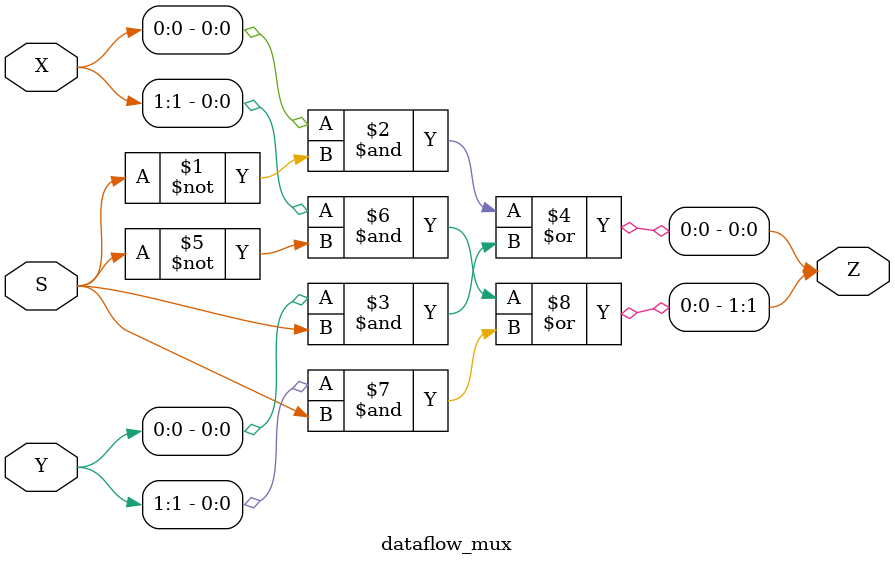
<source format=v>
`timescale 1ns / 1ps

module dataflow_mux(X, Y, S, Z);

// Define external wires
input wire [1:0] X;
input wire [1:0] Y;
input wire [0:0] S;
output wire [1:0] Z;

// Logic
assign #3 Z[0] = (X[0] & ~S) | (Y[0] & S);
assign #3 Z[1] = (X[1] & ~S) | (Y[1] & S);

endmodule
</source>
